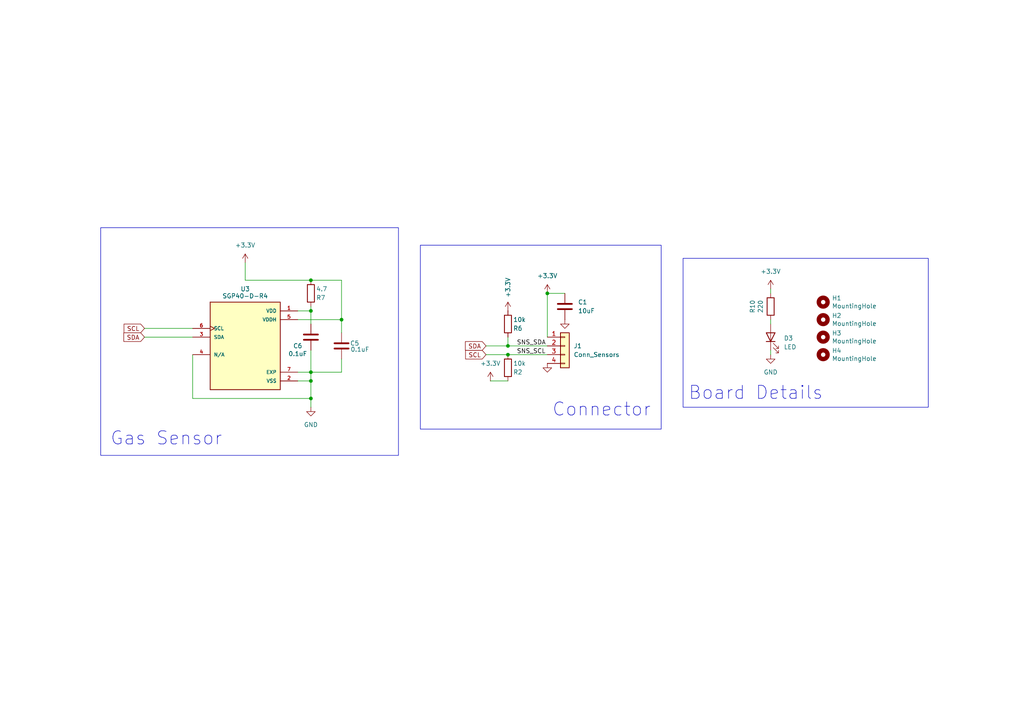
<source format=kicad_sch>
(kicad_sch
	(version 20250114)
	(generator "eeschema")
	(generator_version "9.0")
	(uuid "086770ea-02ad-4521-837e-39c46c93e5c1")
	(paper "A4")
	(title_block
		(title "TVOC Gas Sensor")
		(date "2025-06-11")
		(rev "v1.0")
		(company "Ottawa Skybound")
		(comment 1 "Designed by Aryan Zafer")
	)
	(lib_symbols
		(symbol "Connector_Generic:Conn_01x04"
			(pin_names
				(offset 1.016)
				(hide yes)
			)
			(exclude_from_sim no)
			(in_bom yes)
			(on_board yes)
			(property "Reference" "J1"
				(at 2.54 0.0001 0)
				(effects
					(font
						(size 1.27 1.27)
					)
					(justify left)
				)
			)
			(property "Value" "Conn_Sensors"
				(at 2.54 -2.5399 0)
				(effects
					(font
						(size 1.27 1.27)
					)
					(justify left)
				)
			)
			(property "Footprint" "Connector_JST:JST_EH_B4B-EH-A_1x04_P2.50mm_Vertical"
				(at 0 0 0)
				(effects
					(font
						(size 1.27 1.27)
					)
					(hide yes)
				)
			)
			(property "Datasheet" "~"
				(at 0 0 0)
				(effects
					(font
						(size 1.27 1.27)
					)
					(hide yes)
				)
			)
			(property "Description" "Generic connector, single row, 01x04, script generated (kicad-library-utils/schlib/autogen/connector/)"
				(at 0 0 0)
				(effects
					(font
						(size 1.27 1.27)
					)
					(hide yes)
				)
			)
			(property "ki_keywords" "connector"
				(at 0 0 0)
				(effects
					(font
						(size 1.27 1.27)
					)
					(hide yes)
				)
			)
			(property "ki_fp_filters" "Connector*:*_1x??_*"
				(at 0 0 0)
				(effects
					(font
						(size 1.27 1.27)
					)
					(hide yes)
				)
			)
			(symbol "Conn_01x04_1_1"
				(rectangle
					(start -1.27 3.81)
					(end 1.27 -6.35)
					(stroke
						(width 0.254)
						(type default)
					)
					(fill
						(type background)
					)
				)
				(rectangle
					(start -1.27 2.667)
					(end 0 2.413)
					(stroke
						(width 0.1524)
						(type default)
					)
					(fill
						(type none)
					)
				)
				(rectangle
					(start -1.27 0.127)
					(end 0 -0.127)
					(stroke
						(width 0.1524)
						(type default)
					)
					(fill
						(type none)
					)
				)
				(rectangle
					(start -1.27 -2.413)
					(end 0 -2.667)
					(stroke
						(width 0.1524)
						(type default)
					)
					(fill
						(type none)
					)
				)
				(rectangle
					(start -1.27 -4.953)
					(end 0 -5.207)
					(stroke
						(width 0.1524)
						(type default)
					)
					(fill
						(type none)
					)
				)
				(pin passive line
					(at -5.08 2.54 0)
					(length 3.81)
					(name "VCC"
						(effects
							(font
								(size 1.27 1.27)
							)
						)
					)
					(number "1"
						(effects
							(font
								(size 1.27 1.27)
							)
						)
					)
				)
				(pin passive line
					(at -5.08 0 0)
					(length 3.81)
					(name "SNS_SDA"
						(effects
							(font
								(size 1.27 1.27)
							)
						)
					)
					(number "2"
						(effects
							(font
								(size 1.27 1.27)
							)
						)
					)
				)
				(pin passive line
					(at -5.08 -2.54 0)
					(length 3.81)
					(name "SNS_SCL"
						(effects
							(font
								(size 1.27 1.27)
							)
						)
					)
					(number "3"
						(effects
							(font
								(size 1.27 1.27)
							)
						)
					)
				)
				(pin passive line
					(at -5.08 -5.08 0)
					(length 3.81)
					(name "GND"
						(effects
							(font
								(size 1.27 1.27)
							)
						)
					)
					(number "4"
						(effects
							(font
								(size 1.27 1.27)
							)
						)
					)
				)
			)
			(embedded_fonts no)
		)
		(symbol "Device:C"
			(pin_numbers
				(hide yes)
			)
			(pin_names
				(offset 0.254)
			)
			(exclude_from_sim no)
			(in_bom yes)
			(on_board yes)
			(property "Reference" "C"
				(at 0.635 2.54 0)
				(effects
					(font
						(size 1.27 1.27)
					)
					(justify left)
				)
			)
			(property "Value" "C"
				(at 0.635 -2.54 0)
				(effects
					(font
						(size 1.27 1.27)
					)
					(justify left)
				)
			)
			(property "Footprint" ""
				(at 0.9652 -3.81 0)
				(effects
					(font
						(size 1.27 1.27)
					)
					(hide yes)
				)
			)
			(property "Datasheet" "~"
				(at 0 0 0)
				(effects
					(font
						(size 1.27 1.27)
					)
					(hide yes)
				)
			)
			(property "Description" "Unpolarized capacitor"
				(at 0 0 0)
				(effects
					(font
						(size 1.27 1.27)
					)
					(hide yes)
				)
			)
			(property "ki_keywords" "cap capacitor"
				(at 0 0 0)
				(effects
					(font
						(size 1.27 1.27)
					)
					(hide yes)
				)
			)
			(property "ki_fp_filters" "C_*"
				(at 0 0 0)
				(effects
					(font
						(size 1.27 1.27)
					)
					(hide yes)
				)
			)
			(symbol "C_0_1"
				(polyline
					(pts
						(xy -2.032 0.762) (xy 2.032 0.762)
					)
					(stroke
						(width 0.508)
						(type default)
					)
					(fill
						(type none)
					)
				)
				(polyline
					(pts
						(xy -2.032 -0.762) (xy 2.032 -0.762)
					)
					(stroke
						(width 0.508)
						(type default)
					)
					(fill
						(type none)
					)
				)
			)
			(symbol "C_1_1"
				(pin passive line
					(at 0 3.81 270)
					(length 2.794)
					(name "~"
						(effects
							(font
								(size 1.27 1.27)
							)
						)
					)
					(number "1"
						(effects
							(font
								(size 1.27 1.27)
							)
						)
					)
				)
				(pin passive line
					(at 0 -3.81 90)
					(length 2.794)
					(name "~"
						(effects
							(font
								(size 1.27 1.27)
							)
						)
					)
					(number "2"
						(effects
							(font
								(size 1.27 1.27)
							)
						)
					)
				)
			)
			(embedded_fonts no)
		)
		(symbol "Device:LED"
			(pin_numbers
				(hide yes)
			)
			(pin_names
				(offset 1.016)
				(hide yes)
			)
			(exclude_from_sim no)
			(in_bom yes)
			(on_board yes)
			(property "Reference" "D"
				(at 0 2.54 0)
				(effects
					(font
						(size 1.27 1.27)
					)
				)
			)
			(property "Value" "LED"
				(at 0 -2.54 0)
				(effects
					(font
						(size 1.27 1.27)
					)
				)
			)
			(property "Footprint" ""
				(at 0 0 0)
				(effects
					(font
						(size 1.27 1.27)
					)
					(hide yes)
				)
			)
			(property "Datasheet" "~"
				(at 0 0 0)
				(effects
					(font
						(size 1.27 1.27)
					)
					(hide yes)
				)
			)
			(property "Description" "Light emitting diode"
				(at 0 0 0)
				(effects
					(font
						(size 1.27 1.27)
					)
					(hide yes)
				)
			)
			(property "Sim.Pins" "1=K 2=A"
				(at 0 0 0)
				(effects
					(font
						(size 1.27 1.27)
					)
					(hide yes)
				)
			)
			(property "ki_keywords" "LED diode"
				(at 0 0 0)
				(effects
					(font
						(size 1.27 1.27)
					)
					(hide yes)
				)
			)
			(property "ki_fp_filters" "LED* LED_SMD:* LED_THT:*"
				(at 0 0 0)
				(effects
					(font
						(size 1.27 1.27)
					)
					(hide yes)
				)
			)
			(symbol "LED_0_1"
				(polyline
					(pts
						(xy -3.048 -0.762) (xy -4.572 -2.286) (xy -3.81 -2.286) (xy -4.572 -2.286) (xy -4.572 -1.524)
					)
					(stroke
						(width 0)
						(type default)
					)
					(fill
						(type none)
					)
				)
				(polyline
					(pts
						(xy -1.778 -0.762) (xy -3.302 -2.286) (xy -2.54 -2.286) (xy -3.302 -2.286) (xy -3.302 -1.524)
					)
					(stroke
						(width 0)
						(type default)
					)
					(fill
						(type none)
					)
				)
				(polyline
					(pts
						(xy -1.27 0) (xy 1.27 0)
					)
					(stroke
						(width 0)
						(type default)
					)
					(fill
						(type none)
					)
				)
				(polyline
					(pts
						(xy -1.27 -1.27) (xy -1.27 1.27)
					)
					(stroke
						(width 0.254)
						(type default)
					)
					(fill
						(type none)
					)
				)
				(polyline
					(pts
						(xy 1.27 -1.27) (xy 1.27 1.27) (xy -1.27 0) (xy 1.27 -1.27)
					)
					(stroke
						(width 0.254)
						(type default)
					)
					(fill
						(type none)
					)
				)
			)
			(symbol "LED_1_1"
				(pin passive line
					(at -3.81 0 0)
					(length 2.54)
					(name "K"
						(effects
							(font
								(size 1.27 1.27)
							)
						)
					)
					(number "1"
						(effects
							(font
								(size 1.27 1.27)
							)
						)
					)
				)
				(pin passive line
					(at 3.81 0 180)
					(length 2.54)
					(name "A"
						(effects
							(font
								(size 1.27 1.27)
							)
						)
					)
					(number "2"
						(effects
							(font
								(size 1.27 1.27)
							)
						)
					)
				)
			)
			(embedded_fonts no)
		)
		(symbol "Device:R"
			(pin_numbers
				(hide yes)
			)
			(pin_names
				(offset 0)
			)
			(exclude_from_sim no)
			(in_bom yes)
			(on_board yes)
			(property "Reference" "R"
				(at 2.032 0 90)
				(effects
					(font
						(size 1.27 1.27)
					)
				)
			)
			(property "Value" "R"
				(at 0 0 90)
				(effects
					(font
						(size 1.27 1.27)
					)
				)
			)
			(property "Footprint" ""
				(at -1.778 0 90)
				(effects
					(font
						(size 1.27 1.27)
					)
					(hide yes)
				)
			)
			(property "Datasheet" "~"
				(at 0 0 0)
				(effects
					(font
						(size 1.27 1.27)
					)
					(hide yes)
				)
			)
			(property "Description" "Resistor"
				(at 0 0 0)
				(effects
					(font
						(size 1.27 1.27)
					)
					(hide yes)
				)
			)
			(property "ki_keywords" "R res resistor"
				(at 0 0 0)
				(effects
					(font
						(size 1.27 1.27)
					)
					(hide yes)
				)
			)
			(property "ki_fp_filters" "R_*"
				(at 0 0 0)
				(effects
					(font
						(size 1.27 1.27)
					)
					(hide yes)
				)
			)
			(symbol "R_0_1"
				(rectangle
					(start -1.016 -2.54)
					(end 1.016 2.54)
					(stroke
						(width 0.254)
						(type default)
					)
					(fill
						(type none)
					)
				)
			)
			(symbol "R_1_1"
				(pin passive line
					(at 0 3.81 270)
					(length 1.27)
					(name "~"
						(effects
							(font
								(size 1.27 1.27)
							)
						)
					)
					(number "1"
						(effects
							(font
								(size 1.27 1.27)
							)
						)
					)
				)
				(pin passive line
					(at 0 -3.81 90)
					(length 1.27)
					(name "~"
						(effects
							(font
								(size 1.27 1.27)
							)
						)
					)
					(number "2"
						(effects
							(font
								(size 1.27 1.27)
							)
						)
					)
				)
			)
			(embedded_fonts no)
		)
		(symbol "Mechanical:MountingHole"
			(pin_names
				(offset 1.016)
			)
			(exclude_from_sim no)
			(in_bom yes)
			(on_board yes)
			(property "Reference" "H"
				(at 0 5.08 0)
				(effects
					(font
						(size 1.27 1.27)
					)
				)
			)
			(property "Value" "MountingHole"
				(at 0 3.175 0)
				(effects
					(font
						(size 1.27 1.27)
					)
				)
			)
			(property "Footprint" ""
				(at 0 0 0)
				(effects
					(font
						(size 1.27 1.27)
					)
					(hide yes)
				)
			)
			(property "Datasheet" "~"
				(at 0 0 0)
				(effects
					(font
						(size 1.27 1.27)
					)
					(hide yes)
				)
			)
			(property "Description" "Mounting Hole without connection"
				(at 0 0 0)
				(effects
					(font
						(size 1.27 1.27)
					)
					(hide yes)
				)
			)
			(property "ki_keywords" "mounting hole"
				(at 0 0 0)
				(effects
					(font
						(size 1.27 1.27)
					)
					(hide yes)
				)
			)
			(property "ki_fp_filters" "MountingHole*"
				(at 0 0 0)
				(effects
					(font
						(size 1.27 1.27)
					)
					(hide yes)
				)
			)
			(symbol "MountingHole_0_1"
				(circle
					(center 0 0)
					(radius 1.27)
					(stroke
						(width 1.27)
						(type default)
					)
					(fill
						(type none)
					)
				)
			)
			(embedded_fonts no)
		)
		(symbol "SGP40-D-R4:SGP40-D-R4"
			(pin_names
				(offset 1.016)
			)
			(exclude_from_sim no)
			(in_bom yes)
			(on_board yes)
			(property "Reference" "U"
				(at -10.16 13.462 0)
				(effects
					(font
						(size 1.27 1.27)
					)
					(justify left bottom)
				)
			)
			(property "Value" "SGP40-D-R4"
				(at -10.16 -15.24 0)
				(effects
					(font
						(size 1.27 1.27)
					)
					(justify left bottom)
				)
			)
			(property "Footprint" "SGP40-D-R4:XCDR_SGP40-D-R4"
				(at 0 0 0)
				(effects
					(font
						(size 1.27 1.27)
					)
					(justify bottom)
					(hide yes)
				)
			)
			(property "Datasheet" ""
				(at 0 0 0)
				(effects
					(font
						(size 1.27 1.27)
					)
					(hide yes)
				)
			)
			(property "Description" ""
				(at 0 0 0)
				(effects
					(font
						(size 1.27 1.27)
					)
					(hide yes)
				)
			)
			(property "PARTREV" "1.2"
				(at 0 0 0)
				(effects
					(font
						(size 1.27 1.27)
					)
					(justify bottom)
					(hide yes)
				)
			)
			(property "SNAPEDA_PN" "SGP40-D-R4"
				(at 0 0 0)
				(effects
					(font
						(size 1.27 1.27)
					)
					(justify bottom)
					(hide yes)
				)
			)
			(property "MANUFACTURER" "Sensirion AG"
				(at 0 0 0)
				(effects
					(font
						(size 1.27 1.27)
					)
					(justify bottom)
					(hide yes)
				)
			)
			(property "MAXIMUM_PACKAGE_HEIGHT" "0.95mm"
				(at 0 0 0)
				(effects
					(font
						(size 1.27 1.27)
					)
					(justify bottom)
					(hide yes)
				)
			)
			(property "STANDARD" "Manufacturer Recommendations"
				(at 0 0 0)
				(effects
					(font
						(size 1.27 1.27)
					)
					(justify bottom)
					(hide yes)
				)
			)
			(symbol "SGP40-D-R4_0_0"
				(rectangle
					(start -10.16 -12.7)
					(end 10.16 12.7)
					(stroke
						(width 0.254)
						(type default)
					)
					(fill
						(type background)
					)
				)
				(pin bidirectional clock
					(at -15.24 5.08 0)
					(length 5.08)
					(name "SCL"
						(effects
							(font
								(size 1.016 1.016)
							)
						)
					)
					(number "6"
						(effects
							(font
								(size 1.016 1.016)
							)
						)
					)
				)
				(pin bidirectional line
					(at -15.24 2.54 0)
					(length 5.08)
					(name "SDA"
						(effects
							(font
								(size 1.016 1.016)
							)
						)
					)
					(number "3"
						(effects
							(font
								(size 1.016 1.016)
							)
						)
					)
				)
				(pin passive line
					(at -15.24 -2.54 0)
					(length 5.08)
					(name "N/A"
						(effects
							(font
								(size 1.016 1.016)
							)
						)
					)
					(number "4"
						(effects
							(font
								(size 1.016 1.016)
							)
						)
					)
				)
				(pin power_in line
					(at 15.24 10.16 180)
					(length 5.08)
					(name "VDD"
						(effects
							(font
								(size 1.016 1.016)
							)
						)
					)
					(number "1"
						(effects
							(font
								(size 1.016 1.016)
							)
						)
					)
				)
				(pin power_in line
					(at 15.24 7.62 180)
					(length 5.08)
					(name "VDDH"
						(effects
							(font
								(size 1.016 1.016)
							)
						)
					)
					(number "5"
						(effects
							(font
								(size 1.016 1.016)
							)
						)
					)
				)
				(pin power_in line
					(at 15.24 -7.62 180)
					(length 5.08)
					(name "EXP"
						(effects
							(font
								(size 1.016 1.016)
							)
						)
					)
					(number "7"
						(effects
							(font
								(size 1.016 1.016)
							)
						)
					)
				)
				(pin power_in line
					(at 15.24 -10.16 180)
					(length 5.08)
					(name "VSS"
						(effects
							(font
								(size 1.016 1.016)
							)
						)
					)
					(number "2"
						(effects
							(font
								(size 1.016 1.016)
							)
						)
					)
				)
			)
			(embedded_fonts no)
		)
		(symbol "power:+3.3V"
			(power)
			(pin_numbers
				(hide yes)
			)
			(pin_names
				(offset 0)
				(hide yes)
			)
			(exclude_from_sim no)
			(in_bom yes)
			(on_board yes)
			(property "Reference" "#PWR"
				(at 0 -3.81 0)
				(effects
					(font
						(size 1.27 1.27)
					)
					(hide yes)
				)
			)
			(property "Value" "+3.3V"
				(at 0 3.556 0)
				(effects
					(font
						(size 1.27 1.27)
					)
				)
			)
			(property "Footprint" ""
				(at 0 0 0)
				(effects
					(font
						(size 1.27 1.27)
					)
					(hide yes)
				)
			)
			(property "Datasheet" ""
				(at 0 0 0)
				(effects
					(font
						(size 1.27 1.27)
					)
					(hide yes)
				)
			)
			(property "Description" "Power symbol creates a global label with name \"+3.3V\""
				(at 0 0 0)
				(effects
					(font
						(size 1.27 1.27)
					)
					(hide yes)
				)
			)
			(property "ki_keywords" "global power"
				(at 0 0 0)
				(effects
					(font
						(size 1.27 1.27)
					)
					(hide yes)
				)
			)
			(symbol "+3.3V_0_1"
				(polyline
					(pts
						(xy -0.762 1.27) (xy 0 2.54)
					)
					(stroke
						(width 0)
						(type default)
					)
					(fill
						(type none)
					)
				)
				(polyline
					(pts
						(xy 0 2.54) (xy 0.762 1.27)
					)
					(stroke
						(width 0)
						(type default)
					)
					(fill
						(type none)
					)
				)
				(polyline
					(pts
						(xy 0 0) (xy 0 2.54)
					)
					(stroke
						(width 0)
						(type default)
					)
					(fill
						(type none)
					)
				)
			)
			(symbol "+3.3V_1_1"
				(pin power_in line
					(at 0 0 90)
					(length 0)
					(name "~"
						(effects
							(font
								(size 1.27 1.27)
							)
						)
					)
					(number "1"
						(effects
							(font
								(size 1.27 1.27)
							)
						)
					)
				)
			)
			(embedded_fonts no)
		)
		(symbol "power:GND"
			(power)
			(pin_numbers
				(hide yes)
			)
			(pin_names
				(offset 0)
				(hide yes)
			)
			(exclude_from_sim no)
			(in_bom yes)
			(on_board yes)
			(property "Reference" "#PWR"
				(at 0 -6.35 0)
				(effects
					(font
						(size 1.27 1.27)
					)
					(hide yes)
				)
			)
			(property "Value" "GND"
				(at 0 -3.81 0)
				(effects
					(font
						(size 1.27 1.27)
					)
				)
			)
			(property "Footprint" ""
				(at 0 0 0)
				(effects
					(font
						(size 1.27 1.27)
					)
					(hide yes)
				)
			)
			(property "Datasheet" ""
				(at 0 0 0)
				(effects
					(font
						(size 1.27 1.27)
					)
					(hide yes)
				)
			)
			(property "Description" "Power symbol creates a global label with name \"GND\" , ground"
				(at 0 0 0)
				(effects
					(font
						(size 1.27 1.27)
					)
					(hide yes)
				)
			)
			(property "ki_keywords" "global power"
				(at 0 0 0)
				(effects
					(font
						(size 1.27 1.27)
					)
					(hide yes)
				)
			)
			(symbol "GND_0_1"
				(polyline
					(pts
						(xy 0 0) (xy 0 -1.27) (xy 1.27 -1.27) (xy 0 -2.54) (xy -1.27 -1.27) (xy 0 -1.27)
					)
					(stroke
						(width 0)
						(type default)
					)
					(fill
						(type none)
					)
				)
			)
			(symbol "GND_1_1"
				(pin power_in line
					(at 0 0 270)
					(length 0)
					(name "~"
						(effects
							(font
								(size 1.27 1.27)
							)
						)
					)
					(number "1"
						(effects
							(font
								(size 1.27 1.27)
							)
						)
					)
				)
			)
			(embedded_fonts no)
		)
	)
	(rectangle
		(start 29.21 66.04)
		(end 115.57 132.08)
		(stroke
			(width 0)
			(type default)
		)
		(fill
			(type none)
		)
		(uuid 216aa808-024b-43a0-9bec-c95720f2937f)
	)
	(rectangle
		(start 198.12 74.93)
		(end 269.24 118.11)
		(stroke
			(width 0)
			(type default)
		)
		(fill
			(type none)
		)
		(uuid 59247b8e-24d0-45e9-8712-b30db15a7efb)
	)
	(rectangle
		(start 121.92 71.12)
		(end 191.77 124.46)
		(stroke
			(width 0)
			(type default)
		)
		(fill
			(type none)
		)
		(uuid cf7a082f-88ae-4a0c-b05e-e9f673e7e680)
	)
	(text "Board Details"
		(exclude_from_sim no)
		(at 219.202 114.046 0)
		(effects
			(font
				(size 3.81 3.81)
			)
		)
		(uuid "11ec2274-5091-4477-9389-8ef1d6e82e53")
	)
	(text "Gas Sensor"
		(exclude_from_sim no)
		(at 48.26 127.254 0)
		(effects
			(font
				(size 3.81 3.81)
			)
		)
		(uuid "909a99d7-13de-4d21-bc52-0c6de0b45079")
	)
	(text "Connector"
		(exclude_from_sim no)
		(at 174.498 118.872 0)
		(effects
			(font
				(size 3.81 3.81)
			)
		)
		(uuid "f20927f8-c99a-4cfd-8266-4e28db38451a")
	)
	(junction
		(at 90.17 81.28)
		(diameter 0)
		(color 0 0 0 0)
		(uuid "2a4cab95-68fe-46d3-a8a3-a14f0adf37f6")
	)
	(junction
		(at 99.06 92.71)
		(diameter 0)
		(color 0 0 0 0)
		(uuid "2ce86dc2-e9b6-4d23-ade1-f81c1a867feb")
	)
	(junction
		(at 90.17 90.17)
		(diameter 0)
		(color 0 0 0 0)
		(uuid "5b96b2f2-c5a0-46c4-89e9-18f7fddd8cee")
	)
	(junction
		(at 90.17 110.49)
		(diameter 0)
		(color 0 0 0 0)
		(uuid "b3a98781-12f3-4d9b-8cac-1bdfa839fd29")
	)
	(junction
		(at 147.32 102.87)
		(diameter 0)
		(color 0 0 0 0)
		(uuid "c47f34ea-ab5d-4e32-9d31-1a4ff20e4a60")
	)
	(junction
		(at 90.17 115.57)
		(diameter 0)
		(color 0 0 0 0)
		(uuid "f926d972-c39a-4c24-9a20-743273bb6dbf")
	)
	(junction
		(at 158.75 85.09)
		(diameter 0)
		(color 0 0 0 0)
		(uuid "faaa674d-141e-4173-9cdd-16bb5c69fd84")
	)
	(junction
		(at 147.32 100.33)
		(diameter 0)
		(color 0 0 0 0)
		(uuid "fb444dd5-7218-4950-8d0d-059c66b4b21e")
	)
	(junction
		(at 90.17 107.95)
		(diameter 0)
		(color 0 0 0 0)
		(uuid "fc09c43c-991a-4b20-bcde-d60cc4126dea")
	)
	(wire
		(pts
			(xy 41.91 97.79) (xy 55.88 97.79)
		)
		(stroke
			(width 0)
			(type default)
		)
		(uuid "0c5d0455-0c90-491f-92c6-d8dd700a9951")
	)
	(wire
		(pts
			(xy 90.17 107.95) (xy 99.06 107.95)
		)
		(stroke
			(width 0)
			(type default)
		)
		(uuid "1faaf299-0265-4ee8-96dc-a5f04a9e3253")
	)
	(wire
		(pts
			(xy 142.24 110.49) (xy 147.32 110.49)
		)
		(stroke
			(width 0)
			(type default)
		)
		(uuid "3430f0be-8756-4104-9b44-f12814479b38")
	)
	(wire
		(pts
			(xy 86.36 92.71) (xy 99.06 92.71)
		)
		(stroke
			(width 0)
			(type default)
		)
		(uuid "34aac87e-5f5e-45f2-bdfb-3bce3044118c")
	)
	(wire
		(pts
			(xy 90.17 81.28) (xy 99.06 81.28)
		)
		(stroke
			(width 0)
			(type default)
		)
		(uuid "34d86d81-88a8-4090-a4f8-e6f1fe8f4242")
	)
	(wire
		(pts
			(xy 147.32 100.33) (xy 158.75 100.33)
		)
		(stroke
			(width 0)
			(type default)
		)
		(uuid "3fe48ba6-50e0-4dbd-bfeb-0aae40ce5407")
	)
	(wire
		(pts
			(xy 223.52 85.09) (xy 223.52 83.82)
		)
		(stroke
			(width 0)
			(type default)
		)
		(uuid "484a5fd0-1250-4054-aa50-6f1fd2e2240b")
	)
	(wire
		(pts
			(xy 71.12 76.2) (xy 71.12 81.28)
		)
		(stroke
			(width 0)
			(type default)
		)
		(uuid "4ec09d33-7149-4e5d-8e7b-f12b9caf6bc7")
	)
	(wire
		(pts
			(xy 140.97 102.87) (xy 147.32 102.87)
		)
		(stroke
			(width 0)
			(type default)
		)
		(uuid "4efad0ee-ef12-49c9-801f-3a01bd86f82d")
	)
	(wire
		(pts
			(xy 55.88 115.57) (xy 90.17 115.57)
		)
		(stroke
			(width 0)
			(type default)
		)
		(uuid "5cf3bbf1-e4d5-4952-a5d9-e75c877c30fc")
	)
	(wire
		(pts
			(xy 99.06 104.14) (xy 99.06 107.95)
		)
		(stroke
			(width 0)
			(type default)
		)
		(uuid "644cf2c2-6c87-49e4-be22-f32da5c93fa4")
	)
	(wire
		(pts
			(xy 86.36 90.17) (xy 90.17 90.17)
		)
		(stroke
			(width 0)
			(type default)
		)
		(uuid "65980f04-4863-43d6-ba80-e3db7a4ace10")
	)
	(wire
		(pts
			(xy 71.12 81.28) (xy 90.17 81.28)
		)
		(stroke
			(width 0)
			(type default)
		)
		(uuid "6c0ce2dd-e050-47c4-bda3-f13c9071bd12")
	)
	(wire
		(pts
			(xy 90.17 110.49) (xy 86.36 110.49)
		)
		(stroke
			(width 0)
			(type default)
		)
		(uuid "75514da6-54b3-4364-ade0-de74b79d00a1")
	)
	(wire
		(pts
			(xy 223.52 102.87) (xy 223.52 101.6)
		)
		(stroke
			(width 0)
			(type default)
		)
		(uuid "7df34402-6f8e-4877-b814-0b1776ff33b2")
	)
	(wire
		(pts
			(xy 90.17 90.17) (xy 90.17 93.98)
		)
		(stroke
			(width 0)
			(type default)
		)
		(uuid "86977de4-ecd9-42ec-a990-44122018287b")
	)
	(wire
		(pts
			(xy 99.06 81.28) (xy 99.06 92.71)
		)
		(stroke
			(width 0)
			(type default)
		)
		(uuid "8c77eeb2-43ab-4544-b11c-d9433dec9d7a")
	)
	(wire
		(pts
			(xy 90.17 118.11) (xy 90.17 115.57)
		)
		(stroke
			(width 0)
			(type default)
		)
		(uuid "90654625-2607-4a6d-ba09-af3217d49eb4")
	)
	(wire
		(pts
			(xy 158.75 85.09) (xy 158.75 97.79)
		)
		(stroke
			(width 0)
			(type default)
		)
		(uuid "929c60dd-43de-469c-9da6-50faa6aa84ef")
	)
	(wire
		(pts
			(xy 99.06 92.71) (xy 99.06 96.52)
		)
		(stroke
			(width 0)
			(type default)
		)
		(uuid "993418c4-01b1-43b3-928b-b098e4cb4718")
	)
	(wire
		(pts
			(xy 90.17 115.57) (xy 90.17 110.49)
		)
		(stroke
			(width 0)
			(type default)
		)
		(uuid "b6091e9f-314f-44cb-aadb-704c2fcecd0e")
	)
	(wire
		(pts
			(xy 158.75 85.09) (xy 163.83 85.09)
		)
		(stroke
			(width 0)
			(type default)
		)
		(uuid "c7cc6d79-4f60-41bf-a255-160eae3a2bbe")
	)
	(wire
		(pts
			(xy 147.32 97.79) (xy 147.32 100.33)
		)
		(stroke
			(width 0)
			(type default)
		)
		(uuid "cb162141-b6ae-4352-960d-b0ccce75303c")
	)
	(wire
		(pts
			(xy 140.97 100.33) (xy 147.32 100.33)
		)
		(stroke
			(width 0)
			(type default)
		)
		(uuid "d2b9e200-2dd7-4c9c-9bc5-3326eb5b95c3")
	)
	(wire
		(pts
			(xy 90.17 101.6) (xy 90.17 107.95)
		)
		(stroke
			(width 0)
			(type default)
		)
		(uuid "d47b1086-c794-4b98-8881-dbea481c1c60")
	)
	(wire
		(pts
			(xy 223.52 92.71) (xy 223.52 93.98)
		)
		(stroke
			(width 0)
			(type default)
		)
		(uuid "d68add45-2605-4f5e-9ca4-b83d3d40fb19")
	)
	(wire
		(pts
			(xy 86.36 107.95) (xy 90.17 107.95)
		)
		(stroke
			(width 0)
			(type default)
		)
		(uuid "e03f98e0-51ce-48f9-b64b-091d3737c792")
	)
	(wire
		(pts
			(xy 90.17 88.9) (xy 90.17 90.17)
		)
		(stroke
			(width 0)
			(type default)
		)
		(uuid "e1da9a46-3fad-4e85-9d8b-437bd83452ea")
	)
	(wire
		(pts
			(xy 41.91 95.25) (xy 55.88 95.25)
		)
		(stroke
			(width 0)
			(type default)
		)
		(uuid "e2cfa65d-0832-465e-bdd9-c4a3c575c46d")
	)
	(wire
		(pts
			(xy 55.88 102.87) (xy 55.88 115.57)
		)
		(stroke
			(width 0)
			(type default)
		)
		(uuid "e8715273-af1a-4b8e-ba7c-36f41c1662e1")
	)
	(wire
		(pts
			(xy 90.17 107.95) (xy 90.17 110.49)
		)
		(stroke
			(width 0)
			(type default)
		)
		(uuid "eed1487e-b0ac-4faa-94b1-26133960e8c0")
	)
	(wire
		(pts
			(xy 147.32 102.87) (xy 158.75 102.87)
		)
		(stroke
			(width 0)
			(type default)
		)
		(uuid "f4b15e7f-764d-48c8-bd4d-93a4a4f24557")
	)
	(label "SNS_SCL"
		(at 149.86 102.87 0)
		(effects
			(font
				(size 1.27 1.27)
			)
			(justify left bottom)
		)
		(uuid "22a13aae-c779-4b37-a3ca-b8074ea19178")
	)
	(label "SNS_SDA"
		(at 149.86 100.33 0)
		(effects
			(font
				(size 1.27 1.27)
			)
			(justify left bottom)
		)
		(uuid "fd9a7a49-be4f-4fab-b04e-2f20cd7c8626")
	)
	(global_label "SDA"
		(shape input)
		(at 41.91 97.79 180)
		(fields_autoplaced yes)
		(effects
			(font
				(size 1.27 1.27)
			)
			(justify right)
		)
		(uuid "00880276-f84c-417b-b76d-bc0a8cb2b87e")
		(property "Intersheetrefs" "${INTERSHEET_REFS}"
			(at 35.3567 97.79 0)
			(effects
				(font
					(size 1.27 1.27)
				)
				(justify right)
				(hide yes)
			)
		)
	)
	(global_label "SCL"
		(shape input)
		(at 41.91 95.25 180)
		(fields_autoplaced yes)
		(effects
			(font
				(size 1.27 1.27)
			)
			(justify right)
		)
		(uuid "128e9e0d-d6e0-4f47-9b32-b9265f0112f6")
		(property "Intersheetrefs" "${INTERSHEET_REFS}"
			(at 35.4172 95.25 0)
			(effects
				(font
					(size 1.27 1.27)
				)
				(justify right)
				(hide yes)
			)
		)
	)
	(global_label "SCL"
		(shape input)
		(at 140.97 102.87 180)
		(fields_autoplaced yes)
		(effects
			(font
				(size 1.27 1.27)
			)
			(justify right)
		)
		(uuid "1c3220ac-9fe5-444f-8c64-612f04c652ff")
		(property "Intersheetrefs" "${INTERSHEET_REFS}"
			(at 134.4772 102.87 0)
			(effects
				(font
					(size 1.27 1.27)
				)
				(justify right)
				(hide yes)
			)
		)
	)
	(global_label "SDA"
		(shape input)
		(at 140.97 100.33 180)
		(fields_autoplaced yes)
		(effects
			(font
				(size 1.27 1.27)
			)
			(justify right)
		)
		(uuid "c53c0ab5-f776-4375-ab49-9d958e28c1de")
		(property "Intersheetrefs" "${INTERSHEET_REFS}"
			(at 134.4167 100.33 0)
			(effects
				(font
					(size 1.27 1.27)
				)
				(justify right)
				(hide yes)
			)
		)
	)
	(symbol
		(lib_id "Mechanical:MountingHole")
		(at 238.76 87.63 0)
		(unit 1)
		(exclude_from_sim no)
		(in_bom yes)
		(on_board yes)
		(dnp no)
		(uuid "00000000-0000-0000-0000-00005ef4c292")
		(property "Reference" "H1"
			(at 241.3 86.4616 0)
			(effects
				(font
					(size 1.27 1.27)
				)
				(justify left)
			)
		)
		(property "Value" "MountingHole"
			(at 241.3 88.773 0)
			(effects
				(font
					(size 1.27 1.27)
				)
				(justify left)
			)
		)
		(property "Footprint" "MountingHole:MountingHole_2.7mm_M2.5"
			(at 238.76 87.63 0)
			(effects
				(font
					(size 1.27 1.27)
				)
				(hide yes)
			)
		)
		(property "Datasheet" "~"
			(at 238.76 87.63 0)
			(effects
				(font
					(size 1.27 1.27)
				)
				(hide yes)
			)
		)
		(property "Description" ""
			(at 238.76 87.63 0)
			(effects
				(font
					(size 1.27 1.27)
				)
			)
		)
		(instances
			(project "Gas Sensor"
				(path "/086770ea-02ad-4521-837e-39c46c93e5c1"
					(reference "H1")
					(unit 1)
				)
			)
		)
	)
	(symbol
		(lib_id "Mechanical:MountingHole")
		(at 238.76 92.71 0)
		(unit 1)
		(exclude_from_sim no)
		(in_bom yes)
		(on_board yes)
		(dnp no)
		(uuid "00000000-0000-0000-0000-00005ef4cf1f")
		(property "Reference" "H2"
			(at 241.3 91.5416 0)
			(effects
				(font
					(size 1.27 1.27)
				)
				(justify left)
			)
		)
		(property "Value" "MountingHole"
			(at 241.3 93.853 0)
			(effects
				(font
					(size 1.27 1.27)
				)
				(justify left)
			)
		)
		(property "Footprint" "MountingHole:MountingHole_2.7mm_M2.5"
			(at 238.76 92.71 0)
			(effects
				(font
					(size 1.27 1.27)
				)
				(hide yes)
			)
		)
		(property "Datasheet" "~"
			(at 238.76 92.71 0)
			(effects
				(font
					(size 1.27 1.27)
				)
				(hide yes)
			)
		)
		(property "Description" ""
			(at 238.76 92.71 0)
			(effects
				(font
					(size 1.27 1.27)
				)
			)
		)
		(instances
			(project "Gas Sensor"
				(path "/086770ea-02ad-4521-837e-39c46c93e5c1"
					(reference "H2")
					(unit 1)
				)
			)
		)
	)
	(symbol
		(lib_id "Mechanical:MountingHole")
		(at 238.76 97.79 0)
		(unit 1)
		(exclude_from_sim no)
		(in_bom yes)
		(on_board yes)
		(dnp no)
		(uuid "00000000-0000-0000-0000-00005ef4d323")
		(property "Reference" "H3"
			(at 241.3 96.6216 0)
			(effects
				(font
					(size 1.27 1.27)
				)
				(justify left)
			)
		)
		(property "Value" "MountingHole"
			(at 241.3 98.933 0)
			(effects
				(font
					(size 1.27 1.27)
				)
				(justify left)
			)
		)
		(property "Footprint" "MountingHole:MountingHole_2.7mm_M2.5"
			(at 238.76 97.79 0)
			(effects
				(font
					(size 1.27 1.27)
				)
				(hide yes)
			)
		)
		(property "Datasheet" "~"
			(at 238.76 97.79 0)
			(effects
				(font
					(size 1.27 1.27)
				)
				(hide yes)
			)
		)
		(property "Description" ""
			(at 238.76 97.79 0)
			(effects
				(font
					(size 1.27 1.27)
				)
			)
		)
		(instances
			(project "Gas Sensor"
				(path "/086770ea-02ad-4521-837e-39c46c93e5c1"
					(reference "H3")
					(unit 1)
				)
			)
		)
	)
	(symbol
		(lib_id "Mechanical:MountingHole")
		(at 238.76 102.87 0)
		(unit 1)
		(exclude_from_sim no)
		(in_bom yes)
		(on_board yes)
		(dnp no)
		(uuid "00000000-0000-0000-0000-00005ef4d57b")
		(property "Reference" "H4"
			(at 241.3 101.7016 0)
			(effects
				(font
					(size 1.27 1.27)
				)
				(justify left)
			)
		)
		(property "Value" "MountingHole"
			(at 241.3 104.013 0)
			(effects
				(font
					(size 1.27 1.27)
				)
				(justify left)
			)
		)
		(property "Footprint" "MountingHole:MountingHole_2.7mm_M2.5"
			(at 238.76 102.87 0)
			(effects
				(font
					(size 1.27 1.27)
				)
				(hide yes)
			)
		)
		(property "Datasheet" "~"
			(at 238.76 102.87 0)
			(effects
				(font
					(size 1.27 1.27)
				)
				(hide yes)
			)
		)
		(property "Description" ""
			(at 238.76 102.87 0)
			(effects
				(font
					(size 1.27 1.27)
				)
			)
		)
		(instances
			(project "Gas Sensor"
				(path "/086770ea-02ad-4521-837e-39c46c93e5c1"
					(reference "H4")
					(unit 1)
				)
			)
		)
	)
	(symbol
		(lib_id "power:+3.3V")
		(at 158.75 85.09 0)
		(unit 1)
		(exclude_from_sim no)
		(in_bom yes)
		(on_board yes)
		(dnp no)
		(fields_autoplaced yes)
		(uuid "04eb28ca-b558-4e2d-9eec-b7fe15e3a0e8")
		(property "Reference" "#PWR05"
			(at 158.75 88.9 0)
			(effects
				(font
					(size 1.27 1.27)
				)
				(hide yes)
			)
		)
		(property "Value" "+3.3V"
			(at 158.75 80.01 0)
			(effects
				(font
					(size 1.27 1.27)
				)
			)
		)
		(property "Footprint" ""
			(at 158.75 85.09 0)
			(effects
				(font
					(size 1.27 1.27)
				)
				(hide yes)
			)
		)
		(property "Datasheet" ""
			(at 158.75 85.09 0)
			(effects
				(font
					(size 1.27 1.27)
				)
				(hide yes)
			)
		)
		(property "Description" "Power symbol creates a global label with name \"+3.3V\""
			(at 158.75 85.09 0)
			(effects
				(font
					(size 1.27 1.27)
				)
				(hide yes)
			)
		)
		(pin "1"
			(uuid "cfbb5a7a-2a2f-407c-beeb-2675daf9d4d9")
		)
		(instances
			(project ""
				(path "/086770ea-02ad-4521-837e-39c46c93e5c1"
					(reference "#PWR05")
					(unit 1)
				)
			)
		)
	)
	(symbol
		(lib_id "Device:C")
		(at 99.06 100.33 0)
		(unit 1)
		(exclude_from_sim no)
		(in_bom yes)
		(on_board yes)
		(dnp no)
		(uuid "0caa754e-3c31-4c40-b46b-dff3ce5fc2cb")
		(property "Reference" "C5"
			(at 102.87 99.568 0)
			(effects
				(font
					(size 1.27 1.27)
				)
			)
		)
		(property "Value" "0.1uF"
			(at 104.394 101.346 0)
			(effects
				(font
					(size 1.27 1.27)
				)
			)
		)
		(property "Footprint" "Capacitor_SMD:C_0402_1005Metric"
			(at 100.0252 104.14 0)
			(effects
				(font
					(size 1.27 1.27)
				)
				(hide yes)
			)
		)
		(property "Datasheet" "~"
			(at 99.06 100.33 0)
			(effects
				(font
					(size 1.27 1.27)
				)
				(hide yes)
			)
		)
		(property "Description" "Unpolarized capacitor"
			(at 99.06 100.33 0)
			(effects
				(font
					(size 1.27 1.27)
				)
				(hide yes)
			)
		)
		(property "MPN" "CL05B104KP5NNNC"
			(at 99.06 100.33 0)
			(effects
				(font
					(size 1.27 1.27)
				)
				(hide yes)
			)
		)
		(pin "2"
			(uuid "e596b5bf-6ffc-44d5-b442-60abd6bc8020")
		)
		(pin "1"
			(uuid "190f3130-0ab7-4c86-b4a1-42c8cf959b6e")
		)
		(instances
			(project "Gas Sensor"
				(path "/086770ea-02ad-4521-837e-39c46c93e5c1"
					(reference "C5")
					(unit 1)
				)
			)
		)
	)
	(symbol
		(lib_id "power:+3.3V")
		(at 147.32 90.17 0)
		(unit 1)
		(exclude_from_sim no)
		(in_bom yes)
		(on_board yes)
		(dnp no)
		(fields_autoplaced yes)
		(uuid "3945a1b6-2117-4034-8ade-8d3fe9051874")
		(property "Reference" "#PWR06"
			(at 147.32 93.98 0)
			(effects
				(font
					(size 1.27 1.27)
				)
				(hide yes)
			)
		)
		(property "Value" "+3.3V"
			(at 147.3199 86.36 90)
			(effects
				(font
					(size 1.27 1.27)
				)
				(justify left)
			)
		)
		(property "Footprint" ""
			(at 147.32 90.17 0)
			(effects
				(font
					(size 1.27 1.27)
				)
				(hide yes)
			)
		)
		(property "Datasheet" ""
			(at 147.32 90.17 0)
			(effects
				(font
					(size 1.27 1.27)
				)
				(hide yes)
			)
		)
		(property "Description" "Power symbol creates a global label with name \"+3.3V\""
			(at 147.32 90.17 0)
			(effects
				(font
					(size 1.27 1.27)
				)
				(hide yes)
			)
		)
		(pin "1"
			(uuid "3c539ddd-5994-44bd-b44b-800438a9ff7b")
		)
		(instances
			(project ""
				(path "/086770ea-02ad-4521-837e-39c46c93e5c1"
					(reference "#PWR06")
					(unit 1)
				)
			)
		)
	)
	(symbol
		(lib_id "power:+3.3V")
		(at 71.12 76.2 0)
		(unit 1)
		(exclude_from_sim no)
		(in_bom yes)
		(on_board yes)
		(dnp no)
		(fields_autoplaced yes)
		(uuid "4ddceb10-a907-4eb0-98a3-433900112e82")
		(property "Reference" "#PWR018"
			(at 71.12 80.01 0)
			(effects
				(font
					(size 1.27 1.27)
				)
				(hide yes)
			)
		)
		(property "Value" "+3.3V"
			(at 71.12 71.12 0)
			(effects
				(font
					(size 1.27 1.27)
				)
			)
		)
		(property "Footprint" ""
			(at 71.12 76.2 0)
			(effects
				(font
					(size 1.27 1.27)
				)
				(hide yes)
			)
		)
		(property "Datasheet" ""
			(at 71.12 76.2 0)
			(effects
				(font
					(size 1.27 1.27)
				)
				(hide yes)
			)
		)
		(property "Description" "Power symbol creates a global label with name \"+3.3V\""
			(at 71.12 76.2 0)
			(effects
				(font
					(size 1.27 1.27)
				)
				(hide yes)
			)
		)
		(pin "1"
			(uuid "7ab3d0e2-4037-4d2a-a7fc-f58b66f63d37")
		)
		(instances
			(project "Gas Sensor"
				(path "/086770ea-02ad-4521-837e-39c46c93e5c1"
					(reference "#PWR018")
					(unit 1)
				)
			)
		)
	)
	(symbol
		(lib_id "Device:C")
		(at 163.83 88.9 0)
		(unit 1)
		(exclude_from_sim no)
		(in_bom yes)
		(on_board yes)
		(dnp no)
		(fields_autoplaced yes)
		(uuid "564e8599-5566-4fe1-a9ce-05f3938f2fca")
		(property "Reference" "C1"
			(at 167.64 87.6299 0)
			(effects
				(font
					(size 1.27 1.27)
				)
				(justify left)
			)
		)
		(property "Value" "10uF"
			(at 167.64 90.1699 0)
			(effects
				(font
					(size 1.27 1.27)
				)
				(justify left)
			)
		)
		(property "Footprint" "Capacitor_SMD:C_0402_1005Metric"
			(at 164.7952 92.71 0)
			(effects
				(font
					(size 1.27 1.27)
				)
				(hide yes)
			)
		)
		(property "Datasheet" "~"
			(at 163.83 88.9 0)
			(effects
				(font
					(size 1.27 1.27)
				)
				(hide yes)
			)
		)
		(property "Description" "Unpolarized capacitor"
			(at 163.83 88.9 0)
			(effects
				(font
					(size 1.27 1.27)
				)
				(hide yes)
			)
		)
		(property "MPN" "CL05A106MQ5NUNC"
			(at 163.83 88.9 0)
			(effects
				(font
					(size 1.27 1.27)
				)
				(hide yes)
			)
		)
		(pin "2"
			(uuid "5bb87099-3308-44ea-95af-7aed94dc013f")
		)
		(pin "1"
			(uuid "7e187d73-9280-46dc-8c8a-e66aa7c90fe4")
		)
		(instances
			(project "apex_sensors"
				(path "/086770ea-02ad-4521-837e-39c46c93e5c1"
					(reference "C1")
					(unit 1)
				)
			)
		)
	)
	(symbol
		(lib_id "power:+3.3V")
		(at 223.52 83.82 0)
		(unit 1)
		(exclude_from_sim no)
		(in_bom yes)
		(on_board yes)
		(dnp no)
		(fields_autoplaced yes)
		(uuid "572b7b8c-9201-43b0-a665-4f71a97bb834")
		(property "Reference" "#PWR01"
			(at 223.52 87.63 0)
			(effects
				(font
					(size 1.27 1.27)
				)
				(hide yes)
			)
		)
		(property "Value" "+3.3V"
			(at 223.52 78.74 0)
			(effects
				(font
					(size 1.27 1.27)
				)
			)
		)
		(property "Footprint" ""
			(at 223.52 83.82 0)
			(effects
				(font
					(size 1.27 1.27)
				)
				(hide yes)
			)
		)
		(property "Datasheet" ""
			(at 223.52 83.82 0)
			(effects
				(font
					(size 1.27 1.27)
				)
				(hide yes)
			)
		)
		(property "Description" "Power symbol creates a global label with name \"+3.3V\""
			(at 223.52 83.82 0)
			(effects
				(font
					(size 1.27 1.27)
				)
				(hide yes)
			)
		)
		(pin "1"
			(uuid "9d81267f-3c43-4d63-a358-dcfc2abb912e")
		)
		(instances
			(project "Gas Sensor"
				(path "/086770ea-02ad-4521-837e-39c46c93e5c1"
					(reference "#PWR01")
					(unit 1)
				)
			)
		)
	)
	(symbol
		(lib_id "Device:LED")
		(at 223.52 97.79 90)
		(unit 1)
		(exclude_from_sim no)
		(in_bom yes)
		(on_board yes)
		(dnp no)
		(fields_autoplaced yes)
		(uuid "5b5cca77-5dd2-47ad-8909-54dd9e10e0b7")
		(property "Reference" "D3"
			(at 227.33 98.1074 90)
			(effects
				(font
					(size 1.27 1.27)
				)
				(justify right)
			)
		)
		(property "Value" "LED"
			(at 227.33 100.6474 90)
			(effects
				(font
					(size 1.27 1.27)
				)
				(justify right)
			)
		)
		(property "Footprint" "LED_SMD:LED_0603_1608Metric"
			(at 223.52 97.79 0)
			(effects
				(font
					(size 1.27 1.27)
				)
				(hide yes)
			)
		)
		(property "Datasheet" "https://www.yageo.com/upload/media/product/products/datasheet/rchip/PYu-RC_Group_51_RoHS_L_12.pdf"
			(at 223.52 97.79 0)
			(effects
				(font
					(size 1.27 1.27)
				)
				(hide yes)
			)
		)
		(property "Description" "Light emitting diode"
			(at 223.52 97.79 0)
			(effects
				(font
					(size 1.27 1.27)
				)
				(hide yes)
			)
		)
		(property "Sim.Pins" "1=K 2=A"
			(at 223.52 97.79 0)
			(effects
				(font
					(size 1.27 1.27)
				)
				(hide yes)
			)
		)
		(property "MPN" "RC0603FR-075K1L"
			(at 223.52 97.79 90)
			(effects
				(font
					(size 1.27 1.27)
				)
				(hide yes)
			)
		)
		(pin "2"
			(uuid "42924c17-1b94-436b-8309-732483a8fa04")
		)
		(pin "1"
			(uuid "2a4c834c-5fec-432f-80ad-90c8d351a619")
		)
		(instances
			(project "Gas Sensor"
				(path "/086770ea-02ad-4521-837e-39c46c93e5c1"
					(reference "D3")
					(unit 1)
				)
			)
		)
	)
	(symbol
		(lib_id "Connector_Generic:Conn_01x04")
		(at 163.83 100.33 0)
		(unit 1)
		(exclude_from_sim no)
		(in_bom yes)
		(on_board yes)
		(dnp no)
		(fields_autoplaced yes)
		(uuid "618579ce-5b57-4e98-b85f-7d7a6d4cd71b")
		(property "Reference" "J1"
			(at 166.37 100.3299 0)
			(effects
				(font
					(size 1.27 1.27)
				)
				(justify left)
			)
		)
		(property "Value" "Conn_Sensors"
			(at 166.37 102.8699 0)
			(effects
				(font
					(size 1.27 1.27)
				)
				(justify left)
			)
		)
		(property "Footprint" "Connector_JST:JST_EH_B4B-EH-A_1x04_P2.50mm_Vertical"
			(at 163.83 100.33 0)
			(effects
				(font
					(size 1.27 1.27)
				)
				(hide yes)
			)
		)
		(property "Datasheet" "~"
			(at 163.83 100.33 0)
			(effects
				(font
					(size 1.27 1.27)
				)
				(hide yes)
			)
		)
		(property "Description" "Generic connector, single row, 01x04, script generated (kicad-library-utils/schlib/autogen/connector/)"
			(at 163.83 100.33 0)
			(effects
				(font
					(size 1.27 1.27)
				)
				(hide yes)
			)
		)
		(property "MPN" "B4B-XH-A"
			(at 163.83 100.33 0)
			(effects
				(font
					(size 1.27 1.27)
				)
				(hide yes)
			)
		)
		(pin "3"
			(uuid "cc10bf74-d06a-4a47-8b5b-0acc5833d8a2")
		)
		(pin "2"
			(uuid "d66ef987-d553-49d6-93d9-30c8be9956a9")
		)
		(pin "1"
			(uuid "6402e613-2070-4942-a466-607c28735869")
		)
		(pin "4"
			(uuid "a7ce09ff-0d29-443a-8663-c40beb8b45f2")
		)
		(instances
			(project ""
				(path "/086770ea-02ad-4521-837e-39c46c93e5c1"
					(reference "J1")
					(unit 1)
				)
			)
		)
	)
	(symbol
		(lib_id "Device:R")
		(at 90.17 85.09 0)
		(mirror x)
		(unit 1)
		(exclude_from_sim no)
		(in_bom yes)
		(on_board yes)
		(dnp no)
		(uuid "62d1c077-12fe-4d15-b330-caacd563ce06")
		(property "Reference" "R7"
			(at 91.694 86.36 0)
			(effects
				(font
					(size 1.27 1.27)
				)
				(justify left)
			)
		)
		(property "Value" "4.7"
			(at 91.694 83.82 0)
			(effects
				(font
					(size 1.27 1.27)
				)
				(justify left)
			)
		)
		(property "Footprint" "Resistor_SMD:R_0402_1005Metric"
			(at 88.392 85.09 90)
			(effects
				(font
					(size 1.27 1.27)
				)
				(hide yes)
			)
		)
		(property "Datasheet" "https://bourns.com/docs/product-datasheets/cr.pdf?sfvrsn=574d41f6_14"
			(at 90.17 85.09 0)
			(effects
				(font
					(size 1.27 1.27)
				)
				(hide yes)
			)
		)
		(property "Description" "Resistor"
			(at 90.17 85.09 0)
			(effects
				(font
					(size 1.27 1.27)
				)
				(hide yes)
			)
		)
		(property "MPN" "CR0402-J/-4R7GLF"
			(at 90.17 85.09 0)
			(effects
				(font
					(size 1.27 1.27)
				)
				(hide yes)
			)
		)
		(pin "1"
			(uuid "0efd36d0-376c-4ffb-a7b9-3d2d0ea1bc17")
		)
		(pin "2"
			(uuid "7121d677-2d2c-4614-81ef-062fe3f9c916")
		)
		(instances
			(project "Gas Sensor"
				(path "/086770ea-02ad-4521-837e-39c46c93e5c1"
					(reference "R7")
					(unit 1)
				)
			)
		)
	)
	(symbol
		(lib_id "Device:C")
		(at 90.17 97.79 0)
		(unit 1)
		(exclude_from_sim no)
		(in_bom yes)
		(on_board yes)
		(dnp no)
		(uuid "792ca8f4-01a1-4ed2-bb6d-c36c2d095d60")
		(property "Reference" "C6"
			(at 86.36 100.33 0)
			(effects
				(font
					(size 1.27 1.27)
				)
			)
		)
		(property "Value" "0.1uF"
			(at 86.36 102.616 0)
			(effects
				(font
					(size 1.27 1.27)
				)
			)
		)
		(property "Footprint" "Capacitor_SMD:C_0402_1005Metric"
			(at 91.1352 101.6 0)
			(effects
				(font
					(size 1.27 1.27)
				)
				(hide yes)
			)
		)
		(property "Datasheet" "~"
			(at 90.17 97.79 0)
			(effects
				(font
					(size 1.27 1.27)
				)
				(hide yes)
			)
		)
		(property "Description" "Unpolarized capacitor"
			(at 90.17 97.79 0)
			(effects
				(font
					(size 1.27 1.27)
				)
				(hide yes)
			)
		)
		(property "MPN" "CL05B104KP5NNNC"
			(at 90.17 97.79 0)
			(effects
				(font
					(size 1.27 1.27)
				)
				(hide yes)
			)
		)
		(pin "2"
			(uuid "df851ea7-1097-4ed8-b142-19117ada0bfa")
		)
		(pin "1"
			(uuid "6473cbfe-2f09-4909-93a1-52e717119b2c")
		)
		(instances
			(project "Gas Sensor"
				(path "/086770ea-02ad-4521-837e-39c46c93e5c1"
					(reference "C6")
					(unit 1)
				)
			)
		)
	)
	(symbol
		(lib_id "power:GND")
		(at 158.75 105.41 0)
		(unit 1)
		(exclude_from_sim no)
		(in_bom yes)
		(on_board yes)
		(dnp no)
		(fields_autoplaced yes)
		(uuid "7dfad76a-94a8-42ce-baf0-70b03a14f2a1")
		(property "Reference" "#PWR04"
			(at 158.75 111.76 0)
			(effects
				(font
					(size 1.27 1.27)
				)
				(hide yes)
			)
		)
		(property "Value" "GND"
			(at 158.75 109.22 0)
			(effects
				(font
					(size 1.27 1.27)
				)
				(hide yes)
			)
		)
		(property "Footprint" ""
			(at 158.75 105.41 0)
			(effects
				(font
					(size 1.27 1.27)
				)
				(hide yes)
			)
		)
		(property "Datasheet" ""
			(at 158.75 105.41 0)
			(effects
				(font
					(size 1.27 1.27)
				)
				(hide yes)
			)
		)
		(property "Description" "Power symbol creates a global label with name \"GND\" , ground"
			(at 158.75 105.41 0)
			(effects
				(font
					(size 1.27 1.27)
				)
				(hide yes)
			)
		)
		(pin "1"
			(uuid "baa0c0db-7bb7-49dc-a1b3-8b9dcee96405")
		)
		(instances
			(project ""
				(path "/086770ea-02ad-4521-837e-39c46c93e5c1"
					(reference "#PWR04")
					(unit 1)
				)
			)
		)
	)
	(symbol
		(lib_id "SGP40-D-R4:SGP40-D-R4")
		(at 71.12 100.33 0)
		(unit 1)
		(exclude_from_sim no)
		(in_bom yes)
		(on_board yes)
		(dnp no)
		(uuid "9495fc75-53d6-4549-a6d1-0f8057448f4d")
		(property "Reference" "U3"
			(at 71.12 83.82 0)
			(effects
				(font
					(size 1.27 1.27)
				)
			)
		)
		(property "Value" "SGP40-D-R4"
			(at 71.12 85.852 0)
			(effects
				(font
					(size 1.27 1.27)
				)
			)
		)
		(property "Footprint" "Gas Sensor:XCDR_SGP40-D-R4"
			(at 71.12 100.33 0)
			(effects
				(font
					(size 1.27 1.27)
				)
				(justify bottom)
				(hide yes)
			)
		)
		(property "Datasheet" ""
			(at 71.12 100.33 0)
			(effects
				(font
					(size 1.27 1.27)
				)
				(hide yes)
			)
		)
		(property "Description" ""
			(at 71.12 100.33 0)
			(effects
				(font
					(size 1.27 1.27)
				)
				(hide yes)
			)
		)
		(property "PARTREV" "1.2"
			(at 71.12 100.33 0)
			(effects
				(font
					(size 1.27 1.27)
				)
				(justify bottom)
				(hide yes)
			)
		)
		(property "SNAPEDA_PN" "SGP40-D-R4"
			(at 71.12 100.33 0)
			(effects
				(font
					(size 1.27 1.27)
				)
				(justify bottom)
				(hide yes)
			)
		)
		(property "MANUFACTURER" "Sensirion AG"
			(at 71.12 100.33 0)
			(effects
				(font
					(size 1.27 1.27)
				)
				(justify bottom)
				(hide yes)
			)
		)
		(property "MAXIMUM_PACKAGE_HEIGHT" "0.95mm"
			(at 71.12 100.33 0)
			(effects
				(font
					(size 1.27 1.27)
				)
				(justify bottom)
				(hide yes)
			)
		)
		(property "STANDARD" "Manufacturer Recommendations"
			(at 71.12 100.33 0)
			(effects
				(font
					(size 1.27 1.27)
				)
				(justify bottom)
				(hide yes)
			)
		)
		(pin "5"
			(uuid "819b36c0-6e7d-45ab-829e-9a87e8942648")
		)
		(pin "2"
			(uuid "9e50b72f-c527-4e1b-87b9-426d3a65053a")
		)
		(pin "6"
			(uuid "dcfafe4e-53a5-4945-9f26-6617f6932c47")
		)
		(pin "1"
			(uuid "79059270-fa63-4eee-b08c-b98fcd5736b3")
		)
		(pin "7"
			(uuid "dda7e5c9-0f9d-473d-864c-d88eb7778885")
		)
		(pin "4"
			(uuid "ffb4125a-bbc5-4893-b995-f11092a0e0e7")
		)
		(pin "3"
			(uuid "1e865926-3b34-4f0d-9128-3dcb53e70468")
		)
		(instances
			(project ""
				(path "/086770ea-02ad-4521-837e-39c46c93e5c1"
					(reference "U3")
					(unit 1)
				)
			)
		)
	)
	(symbol
		(lib_id "power:+3.3V")
		(at 142.24 110.49 0)
		(unit 1)
		(exclude_from_sim no)
		(in_bom yes)
		(on_board yes)
		(dnp no)
		(fields_autoplaced yes)
		(uuid "a3623dc9-217a-4846-8c63-8a54722f8131")
		(property "Reference" "#PWR07"
			(at 142.24 114.3 0)
			(effects
				(font
					(size 1.27 1.27)
				)
				(hide yes)
			)
		)
		(property "Value" "+3.3V"
			(at 142.24 105.41 0)
			(effects
				(font
					(size 1.27 1.27)
				)
			)
		)
		(property "Footprint" ""
			(at 142.24 110.49 0)
			(effects
				(font
					(size 1.27 1.27)
				)
				(hide yes)
			)
		)
		(property "Datasheet" ""
			(at 142.24 110.49 0)
			(effects
				(font
					(size 1.27 1.27)
				)
				(hide yes)
			)
		)
		(property "Description" "Power symbol creates a global label with name \"+3.3V\""
			(at 142.24 110.49 0)
			(effects
				(font
					(size 1.27 1.27)
				)
				(hide yes)
			)
		)
		(pin "1"
			(uuid "e4a19aab-7c72-45d0-aee3-77360dbb4c48")
		)
		(instances
			(project ""
				(path "/086770ea-02ad-4521-837e-39c46c93e5c1"
					(reference "#PWR07")
					(unit 1)
				)
			)
		)
	)
	(symbol
		(lib_id "power:GND")
		(at 163.83 92.71 0)
		(unit 1)
		(exclude_from_sim no)
		(in_bom yes)
		(on_board yes)
		(dnp no)
		(uuid "a7f6a8b3-a1d0-49a7-a3e0-bc88d6ae9409")
		(property "Reference" "#PWR016"
			(at 163.83 99.06 0)
			(effects
				(font
					(size 1.27 1.27)
				)
				(hide yes)
			)
		)
		(property "Value" "GND"
			(at 163.83 96.52 90)
			(effects
				(font
					(size 1.27 1.27)
				)
				(hide yes)
			)
		)
		(property "Footprint" ""
			(at 163.83 92.71 0)
			(effects
				(font
					(size 1.27 1.27)
				)
				(hide yes)
			)
		)
		(property "Datasheet" ""
			(at 163.83 92.71 0)
			(effects
				(font
					(size 1.27 1.27)
				)
				(hide yes)
			)
		)
		(property "Description" "Power symbol creates a global label with name \"GND\" , ground"
			(at 163.83 92.71 0)
			(effects
				(font
					(size 1.27 1.27)
				)
				(hide yes)
			)
		)
		(pin "1"
			(uuid "abc06147-6bde-4bd1-bfda-ecefee829485")
		)
		(instances
			(project "apex_sensors"
				(path "/086770ea-02ad-4521-837e-39c46c93e5c1"
					(reference "#PWR016")
					(unit 1)
				)
			)
		)
	)
	(symbol
		(lib_id "Device:R")
		(at 147.32 106.68 0)
		(mirror x)
		(unit 1)
		(exclude_from_sim no)
		(in_bom yes)
		(on_board yes)
		(dnp no)
		(uuid "ae73a269-f131-416a-ad9a-6e905fcc6d3e")
		(property "Reference" "R2"
			(at 148.844 107.95 0)
			(effects
				(font
					(size 1.27 1.27)
				)
				(justify left)
			)
		)
		(property "Value" "10k"
			(at 148.844 105.41 0)
			(effects
				(font
					(size 1.27 1.27)
				)
				(justify left)
			)
		)
		(property "Footprint" "Resistor_SMD:R_0402_1005Metric"
			(at 145.542 106.68 90)
			(effects
				(font
					(size 1.27 1.27)
				)
				(hide yes)
			)
		)
		(property "Datasheet" "https://www.yageo.com/upload/media/product/products/datasheet/rchip/PYu-RC_Group_51_RoHS_L_12.pdf"
			(at 147.32 106.68 0)
			(effects
				(font
					(size 1.27 1.27)
				)
				(hide yes)
			)
		)
		(property "Description" "Resistor"
			(at 147.32 106.68 0)
			(effects
				(font
					(size 1.27 1.27)
				)
				(hide yes)
			)
		)
		(property "MPN" "RC0402JR-0710KL"
			(at 147.32 106.68 0)
			(effects
				(font
					(size 1.27 1.27)
				)
				(hide yes)
			)
		)
		(pin "1"
			(uuid "0d9d50be-54f4-4551-9064-8868609a066e")
		)
		(pin "2"
			(uuid "e80280a3-d96a-44c4-a2d8-c38330d00270")
		)
		(instances
			(project "Gas Sensor"
				(path "/086770ea-02ad-4521-837e-39c46c93e5c1"
					(reference "R2")
					(unit 1)
				)
			)
		)
	)
	(symbol
		(lib_id "power:GND")
		(at 90.17 118.11 0)
		(unit 1)
		(exclude_from_sim no)
		(in_bom yes)
		(on_board yes)
		(dnp no)
		(fields_autoplaced yes)
		(uuid "b2708fe0-2d5c-4298-a33d-95032c30e426")
		(property "Reference" "#PWR017"
			(at 90.17 124.46 0)
			(effects
				(font
					(size 1.27 1.27)
				)
				(hide yes)
			)
		)
		(property "Value" "GND"
			(at 90.17 123.19 0)
			(effects
				(font
					(size 1.27 1.27)
				)
			)
		)
		(property "Footprint" ""
			(at 90.17 118.11 0)
			(effects
				(font
					(size 1.27 1.27)
				)
				(hide yes)
			)
		)
		(property "Datasheet" ""
			(at 90.17 118.11 0)
			(effects
				(font
					(size 1.27 1.27)
				)
				(hide yes)
			)
		)
		(property "Description" "Power symbol creates a global label with name \"GND\" , ground"
			(at 90.17 118.11 0)
			(effects
				(font
					(size 1.27 1.27)
				)
				(hide yes)
			)
		)
		(pin "1"
			(uuid "4e0bdc9b-7a7b-4d6c-9715-090302d0c7da")
		)
		(instances
			(project ""
				(path "/086770ea-02ad-4521-837e-39c46c93e5c1"
					(reference "#PWR017")
					(unit 1)
				)
			)
		)
	)
	(symbol
		(lib_id "Device:R")
		(at 147.32 93.98 0)
		(mirror x)
		(unit 1)
		(exclude_from_sim no)
		(in_bom yes)
		(on_board yes)
		(dnp no)
		(uuid "cfd410dc-4d7b-4fc0-be56-b98ccfae8c85")
		(property "Reference" "R6"
			(at 148.844 95.25 0)
			(effects
				(font
					(size 1.27 1.27)
				)
				(justify left)
			)
		)
		(property "Value" "10k"
			(at 148.844 92.71 0)
			(effects
				(font
					(size 1.27 1.27)
				)
				(justify left)
			)
		)
		(property "Footprint" "Resistor_SMD:R_0402_1005Metric"
			(at 145.542 93.98 90)
			(effects
				(font
					(size 1.27 1.27)
				)
				(hide yes)
			)
		)
		(property "Datasheet" "https://www.yageo.com/upload/media/product/products/datasheet/rchip/PYu-RC_Group_51_RoHS_L_12.pdf"
			(at 147.32 93.98 0)
			(effects
				(font
					(size 1.27 1.27)
				)
				(hide yes)
			)
		)
		(property "Description" "Resistor"
			(at 147.32 93.98 0)
			(effects
				(font
					(size 1.27 1.27)
				)
				(hide yes)
			)
		)
		(property "MPN" "RC0402JR-0710KL"
			(at 147.32 93.98 0)
			(effects
				(font
					(size 1.27 1.27)
				)
				(hide yes)
			)
		)
		(pin "1"
			(uuid "e74fc0aa-ede8-4ada-bfdb-4fe56c41576c")
		)
		(pin "2"
			(uuid "7ffb21a2-35f5-480e-a1e8-842aaf143dce")
		)
		(instances
			(project "Gas Sensor"
				(path "/086770ea-02ad-4521-837e-39c46c93e5c1"
					(reference "R6")
					(unit 1)
				)
			)
		)
	)
	(symbol
		(lib_id "Device:R")
		(at 223.52 88.9 0)
		(unit 1)
		(exclude_from_sim no)
		(in_bom yes)
		(on_board yes)
		(dnp no)
		(uuid "e0625641-f2a8-47ec-b8fe-8e71ad5c19f1")
		(property "Reference" "R10"
			(at 218.2622 88.9 90)
			(effects
				(font
					(size 1.27 1.27)
				)
			)
		)
		(property "Value" "220"
			(at 220.5736 88.9 90)
			(effects
				(font
					(size 1.27 1.27)
				)
			)
		)
		(property "Footprint" "Resistor_SMD:R_1206_3216Metric"
			(at 221.742 88.9 90)
			(effects
				(font
					(size 1.27 1.27)
				)
				(hide yes)
			)
		)
		(property "Datasheet" "https://www.yageo.com/upload/media/product/products/datasheet/rchip/PYu-RC_Group_51_RoHS_L_12.pdf"
			(at 223.52 88.9 0)
			(effects
				(font
					(size 1.27 1.27)
				)
				(hide yes)
			)
		)
		(property "Description" ""
			(at 223.52 88.9 0)
			(effects
				(font
					(size 1.27 1.27)
				)
			)
		)
		(property "MPN" "RC1206JR-10220RL"
			(at 223.52 88.9 90)
			(effects
				(font
					(size 1.27 1.27)
				)
				(hide yes)
			)
		)
		(pin "1"
			(uuid "ffb3bf2e-a477-4af2-bb67-90d237d3ae48")
		)
		(pin "2"
			(uuid "e0351441-10b3-4ea9-a916-8f3180f59773")
		)
		(instances
			(project "Gas Sensor"
				(path "/086770ea-02ad-4521-837e-39c46c93e5c1"
					(reference "R10")
					(unit 1)
				)
			)
		)
	)
	(symbol
		(lib_id "power:GND")
		(at 223.52 102.87 0)
		(unit 1)
		(exclude_from_sim no)
		(in_bom yes)
		(on_board yes)
		(dnp no)
		(fields_autoplaced yes)
		(uuid "f267b432-6d65-47cb-913a-d453f6f2dcfc")
		(property "Reference" "#PWR032"
			(at 223.52 109.22 0)
			(effects
				(font
					(size 1.27 1.27)
				)
				(hide yes)
			)
		)
		(property "Value" "GND"
			(at 223.52 107.95 0)
			(effects
				(font
					(size 1.27 1.27)
				)
			)
		)
		(property "Footprint" ""
			(at 223.52 102.87 0)
			(effects
				(font
					(size 1.27 1.27)
				)
				(hide yes)
			)
		)
		(property "Datasheet" ""
			(at 223.52 102.87 0)
			(effects
				(font
					(size 1.27 1.27)
				)
				(hide yes)
			)
		)
		(property "Description" "Power symbol creates a global label with name \"GND\" , ground"
			(at 223.52 102.87 0)
			(effects
				(font
					(size 1.27 1.27)
				)
				(hide yes)
			)
		)
		(pin "1"
			(uuid "ff45115a-80d7-4569-81bb-62ad95ff64db")
		)
		(instances
			(project "Gas Sensor"
				(path "/086770ea-02ad-4521-837e-39c46c93e5c1"
					(reference "#PWR032")
					(unit 1)
				)
			)
		)
	)
	(sheet_instances
		(path "/"
			(page "1")
		)
	)
	(embedded_fonts no)
)

</source>
